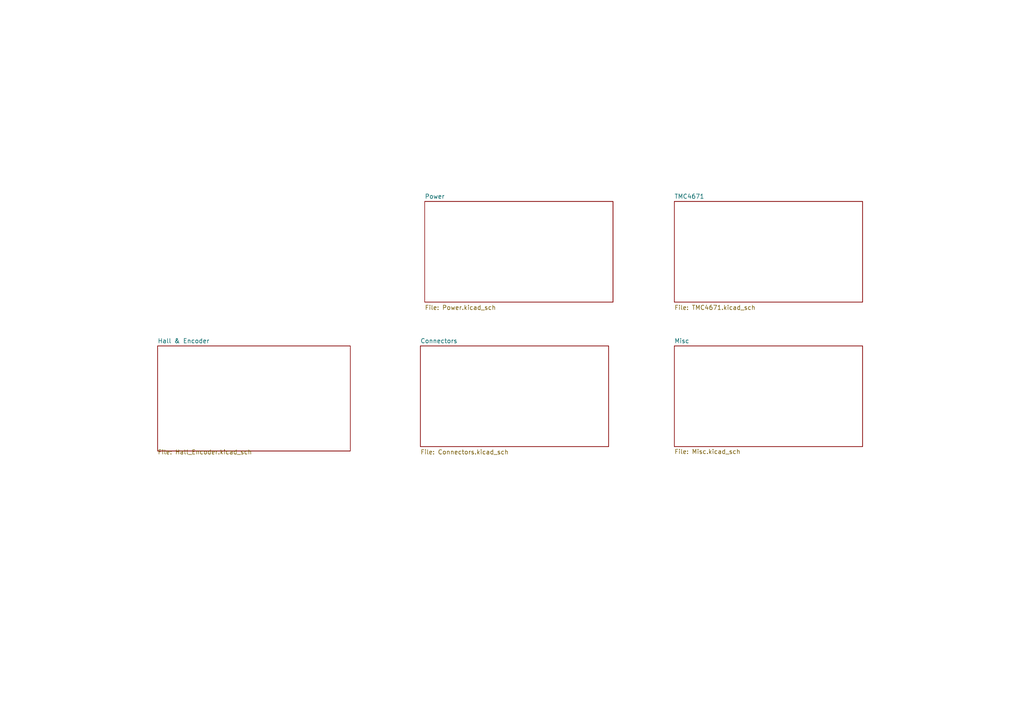
<source format=kicad_sch>
(kicad_sch
	(version 20250114)
	(generator "eeschema")
	(generator_version "9.0")
	(uuid "e9f33c6c-592f-48c9-99c7-c8723430036f")
	(paper "A4")
	(title_block
		(title "Thunder4671")
		(date "2023-02-07")
		(rev "V1.0")
		(company "Yaseen M. Twati")
	)
	(lib_symbols)
	(sheet
		(at 195.58 100.33)
		(size 54.61 29.21)
		(exclude_from_sim no)
		(in_bom yes)
		(on_board yes)
		(dnp no)
		(fields_autoplaced yes)
		(stroke
			(width 0.1524)
			(type solid)
		)
		(fill
			(color 0 0 0 0.0000)
		)
		(uuid "0175aa2f-f7f1-4d52-89f8-4c414bd75491")
		(property "Sheetname" "Misc"
			(at 195.58 99.6184 0)
			(effects
				(font
					(size 1.27 1.27)
				)
				(justify left bottom)
			)
		)
		(property "Sheetfile" "Misc.kicad_sch"
			(at 195.58 130.2516 0)
			(effects
				(font
					(size 1.27 1.27)
				)
				(justify left top)
			)
		)
		(instances
			(project "Thunder4671"
				(path "/e9f33c6c-592f-48c9-99c7-c8723430036f"
					(page "7")
				)
			)
		)
	)
	(sheet
		(at 121.92 100.33)
		(size 54.61 29.21)
		(exclude_from_sim no)
		(in_bom yes)
		(on_board yes)
		(dnp no)
		(fields_autoplaced yes)
		(stroke
			(width 0.1524)
			(type solid)
		)
		(fill
			(color 0 0 0 0.0000)
		)
		(uuid "4b2fdcb1-f8b8-41e3-b437-84c33282e4df")
		(property "Sheetname" "Connectors"
			(at 121.92 99.6184 0)
			(effects
				(font
					(size 1.27 1.27)
				)
				(justify left bottom)
			)
		)
		(property "Sheetfile" "Connectors.kicad_sch"
			(at 121.92 130.3786 0)
			(effects
				(font
					(size 1.27 1.27)
				)
				(justify left top)
			)
		)
		(instances
			(project "Thunder4671"
				(path "/e9f33c6c-592f-48c9-99c7-c8723430036f"
					(page "6")
				)
			)
		)
	)
	(sheet
		(at 195.58 58.42)
		(size 54.61 29.21)
		(exclude_from_sim no)
		(in_bom yes)
		(on_board yes)
		(dnp no)
		(fields_autoplaced yes)
		(stroke
			(width 0.1524)
			(type solid)
		)
		(fill
			(color 0 0 0 0.0000)
		)
		(uuid "82cfd744-063a-4a80-be1a-991185ee2516")
		(property "Sheetname" "TMC4671"
			(at 195.58 57.7084 0)
			(effects
				(font
					(size 1.27 1.27)
				)
				(justify left bottom)
			)
		)
		(property "Sheetfile" "TMC4671.kicad_sch"
			(at 195.58 88.4686 0)
			(effects
				(font
					(size 1.27 1.27)
				)
				(justify left top)
			)
		)
		(instances
			(project "Thunder4671"
				(path "/e9f33c6c-592f-48c9-99c7-c8723430036f"
					(page "3")
				)
			)
		)
	)
	(sheet
		(at 45.72 100.33)
		(size 55.88 30.48)
		(exclude_from_sim no)
		(in_bom yes)
		(on_board yes)
		(dnp no)
		(fields_autoplaced yes)
		(stroke
			(width 0.1524)
			(type solid)
		)
		(fill
			(color 0 0 0 0.0000)
		)
		(uuid "a360bef5-bfed-42b8-8abb-1aa3661db4cb")
		(property "Sheetname" "Hall & Encoder"
			(at 45.72 99.6184 0)
			(effects
				(font
					(size 1.27 1.27)
				)
				(justify left bottom)
			)
		)
		(property "Sheetfile" "Hall_Encoder.kicad_sch"
			(at 45.72 130.3786 0)
			(effects
				(font
					(size 1.27 1.27)
				)
				(justify left top)
			)
		)
		(instances
			(project "Thunder4671"
				(path "/e9f33c6c-592f-48c9-99c7-c8723430036f"
					(page "5")
				)
			)
		)
	)
	(sheet
		(at 123.19 58.42)
		(size 54.61 29.21)
		(exclude_from_sim no)
		(in_bom yes)
		(on_board yes)
		(dnp no)
		(fields_autoplaced yes)
		(stroke
			(width 0.1524)
			(type solid)
		)
		(fill
			(color 0 0 0 0.0000)
		)
		(uuid "d1f244ab-366a-4b6d-949d-1bde31cfd03f")
		(property "Sheetname" "Power"
			(at 123.19 57.7084 0)
			(effects
				(font
					(size 1.27 1.27)
				)
				(justify left bottom)
			)
		)
		(property "Sheetfile" "Power.kicad_sch"
			(at 123.19 88.4686 0)
			(effects
				(font
					(size 1.27 1.27)
				)
				(justify left top)
			)
		)
		(instances
			(project "Thunder4671"
				(path "/e9f33c6c-592f-48c9-99c7-c8723430036f"
					(page "2")
				)
			)
		)
	)
	(sheet_instances
		(path "/"
			(page "1")
		)
	)
	(embedded_fonts no)
)

</source>
